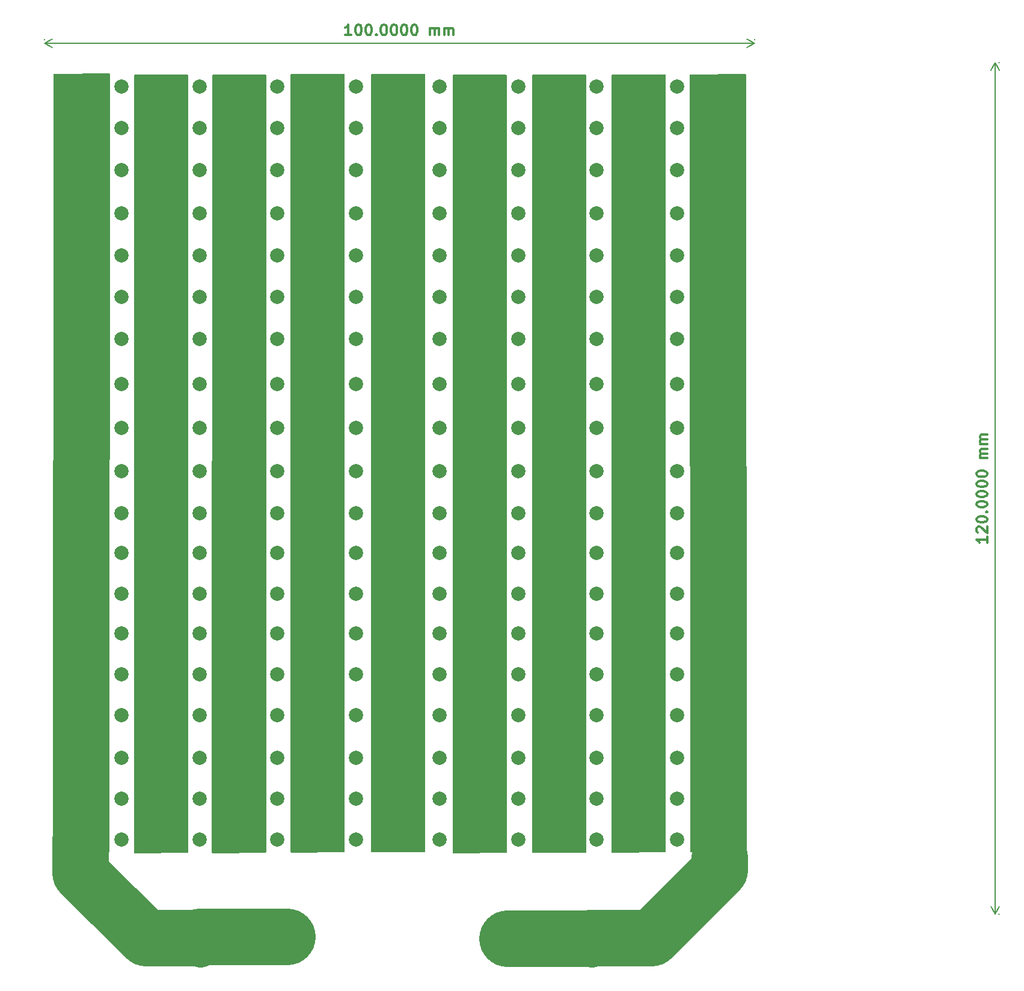
<source format=gbr>
%TF.GenerationSoftware,KiCad,Pcbnew,8.0.6*%
%TF.CreationDate,2024-12-19T08:47:46+08:00*%
%TF.ProjectId,dummyload,64756d6d-796c-46f6-9164-2e6b69636164,rev?*%
%TF.SameCoordinates,Original*%
%TF.FileFunction,Copper,L1,Top*%
%TF.FilePolarity,Positive*%
%FSLAX46Y46*%
G04 Gerber Fmt 4.6, Leading zero omitted, Abs format (unit mm)*
G04 Created by KiCad (PCBNEW 8.0.6) date 2024-12-19 08:47:46*
%MOMM*%
%LPD*%
G01*
G04 APERTURE LIST*
G04 Aperture macros list*
%AMRoundRect*
0 Rectangle with rounded corners*
0 $1 Rounding radius*
0 $2 $3 $4 $5 $6 $7 $8 $9 X,Y pos of 4 corners*
0 Add a 4 corners polygon primitive as box body*
4,1,4,$2,$3,$4,$5,$6,$7,$8,$9,$2,$3,0*
0 Add four circle primitives for the rounded corners*
1,1,$1+$1,$2,$3*
1,1,$1+$1,$4,$5*
1,1,$1+$1,$6,$7*
1,1,$1+$1,$8,$9*
0 Add four rect primitives between the rounded corners*
20,1,$1+$1,$2,$3,$4,$5,0*
20,1,$1+$1,$4,$5,$6,$7,0*
20,1,$1+$1,$6,$7,$8,$9,0*
20,1,$1+$1,$8,$9,$2,$3,0*%
G04 Aperture macros list end*
%ADD10C,0.300000*%
%TA.AperFunction,NonConductor*%
%ADD11C,0.300000*%
%TD*%
%TA.AperFunction,NonConductor*%
%ADD12C,0.200000*%
%TD*%
%TA.AperFunction,SMDPad,CuDef*%
%ADD13RoundRect,0.250000X-0.362500X-1.425000X0.362500X-1.425000X0.362500X1.425000X-0.362500X1.425000X0*%
%TD*%
%TA.AperFunction,ComponentPad*%
%ADD14C,4.700000*%
%TD*%
%TA.AperFunction,ConnectorPad*%
%ADD15C,7.500000*%
%TD*%
%TA.AperFunction,ViaPad*%
%ADD16C,2.000000*%
%TD*%
%TA.AperFunction,Conductor*%
%ADD17C,8.000000*%
%TD*%
%TA.AperFunction,Conductor*%
%ADD18C,5.000000*%
%TD*%
G04 APERTURE END LIST*
D10*
D11*
X84374897Y-18963909D02*
X83517754Y-18963909D01*
X83946325Y-18963909D02*
X83946325Y-17463909D01*
X83946325Y-17463909D02*
X83803468Y-17678195D01*
X83803468Y-17678195D02*
X83660611Y-17821052D01*
X83660611Y-17821052D02*
X83517754Y-17892481D01*
X85303468Y-17463909D02*
X85446325Y-17463909D01*
X85446325Y-17463909D02*
X85589182Y-17535338D01*
X85589182Y-17535338D02*
X85660611Y-17606766D01*
X85660611Y-17606766D02*
X85732039Y-17749623D01*
X85732039Y-17749623D02*
X85803468Y-18035338D01*
X85803468Y-18035338D02*
X85803468Y-18392481D01*
X85803468Y-18392481D02*
X85732039Y-18678195D01*
X85732039Y-18678195D02*
X85660611Y-18821052D01*
X85660611Y-18821052D02*
X85589182Y-18892481D01*
X85589182Y-18892481D02*
X85446325Y-18963909D01*
X85446325Y-18963909D02*
X85303468Y-18963909D01*
X85303468Y-18963909D02*
X85160611Y-18892481D01*
X85160611Y-18892481D02*
X85089182Y-18821052D01*
X85089182Y-18821052D02*
X85017753Y-18678195D01*
X85017753Y-18678195D02*
X84946325Y-18392481D01*
X84946325Y-18392481D02*
X84946325Y-18035338D01*
X84946325Y-18035338D02*
X85017753Y-17749623D01*
X85017753Y-17749623D02*
X85089182Y-17606766D01*
X85089182Y-17606766D02*
X85160611Y-17535338D01*
X85160611Y-17535338D02*
X85303468Y-17463909D01*
X86732039Y-17463909D02*
X86874896Y-17463909D01*
X86874896Y-17463909D02*
X87017753Y-17535338D01*
X87017753Y-17535338D02*
X87089182Y-17606766D01*
X87089182Y-17606766D02*
X87160610Y-17749623D01*
X87160610Y-17749623D02*
X87232039Y-18035338D01*
X87232039Y-18035338D02*
X87232039Y-18392481D01*
X87232039Y-18392481D02*
X87160610Y-18678195D01*
X87160610Y-18678195D02*
X87089182Y-18821052D01*
X87089182Y-18821052D02*
X87017753Y-18892481D01*
X87017753Y-18892481D02*
X86874896Y-18963909D01*
X86874896Y-18963909D02*
X86732039Y-18963909D01*
X86732039Y-18963909D02*
X86589182Y-18892481D01*
X86589182Y-18892481D02*
X86517753Y-18821052D01*
X86517753Y-18821052D02*
X86446324Y-18678195D01*
X86446324Y-18678195D02*
X86374896Y-18392481D01*
X86374896Y-18392481D02*
X86374896Y-18035338D01*
X86374896Y-18035338D02*
X86446324Y-17749623D01*
X86446324Y-17749623D02*
X86517753Y-17606766D01*
X86517753Y-17606766D02*
X86589182Y-17535338D01*
X86589182Y-17535338D02*
X86732039Y-17463909D01*
X87874895Y-18821052D02*
X87946324Y-18892481D01*
X87946324Y-18892481D02*
X87874895Y-18963909D01*
X87874895Y-18963909D02*
X87803467Y-18892481D01*
X87803467Y-18892481D02*
X87874895Y-18821052D01*
X87874895Y-18821052D02*
X87874895Y-18963909D01*
X88874896Y-17463909D02*
X89017753Y-17463909D01*
X89017753Y-17463909D02*
X89160610Y-17535338D01*
X89160610Y-17535338D02*
X89232039Y-17606766D01*
X89232039Y-17606766D02*
X89303467Y-17749623D01*
X89303467Y-17749623D02*
X89374896Y-18035338D01*
X89374896Y-18035338D02*
X89374896Y-18392481D01*
X89374896Y-18392481D02*
X89303467Y-18678195D01*
X89303467Y-18678195D02*
X89232039Y-18821052D01*
X89232039Y-18821052D02*
X89160610Y-18892481D01*
X89160610Y-18892481D02*
X89017753Y-18963909D01*
X89017753Y-18963909D02*
X88874896Y-18963909D01*
X88874896Y-18963909D02*
X88732039Y-18892481D01*
X88732039Y-18892481D02*
X88660610Y-18821052D01*
X88660610Y-18821052D02*
X88589181Y-18678195D01*
X88589181Y-18678195D02*
X88517753Y-18392481D01*
X88517753Y-18392481D02*
X88517753Y-18035338D01*
X88517753Y-18035338D02*
X88589181Y-17749623D01*
X88589181Y-17749623D02*
X88660610Y-17606766D01*
X88660610Y-17606766D02*
X88732039Y-17535338D01*
X88732039Y-17535338D02*
X88874896Y-17463909D01*
X90303467Y-17463909D02*
X90446324Y-17463909D01*
X90446324Y-17463909D02*
X90589181Y-17535338D01*
X90589181Y-17535338D02*
X90660610Y-17606766D01*
X90660610Y-17606766D02*
X90732038Y-17749623D01*
X90732038Y-17749623D02*
X90803467Y-18035338D01*
X90803467Y-18035338D02*
X90803467Y-18392481D01*
X90803467Y-18392481D02*
X90732038Y-18678195D01*
X90732038Y-18678195D02*
X90660610Y-18821052D01*
X90660610Y-18821052D02*
X90589181Y-18892481D01*
X90589181Y-18892481D02*
X90446324Y-18963909D01*
X90446324Y-18963909D02*
X90303467Y-18963909D01*
X90303467Y-18963909D02*
X90160610Y-18892481D01*
X90160610Y-18892481D02*
X90089181Y-18821052D01*
X90089181Y-18821052D02*
X90017752Y-18678195D01*
X90017752Y-18678195D02*
X89946324Y-18392481D01*
X89946324Y-18392481D02*
X89946324Y-18035338D01*
X89946324Y-18035338D02*
X90017752Y-17749623D01*
X90017752Y-17749623D02*
X90089181Y-17606766D01*
X90089181Y-17606766D02*
X90160610Y-17535338D01*
X90160610Y-17535338D02*
X90303467Y-17463909D01*
X91732038Y-17463909D02*
X91874895Y-17463909D01*
X91874895Y-17463909D02*
X92017752Y-17535338D01*
X92017752Y-17535338D02*
X92089181Y-17606766D01*
X92089181Y-17606766D02*
X92160609Y-17749623D01*
X92160609Y-17749623D02*
X92232038Y-18035338D01*
X92232038Y-18035338D02*
X92232038Y-18392481D01*
X92232038Y-18392481D02*
X92160609Y-18678195D01*
X92160609Y-18678195D02*
X92089181Y-18821052D01*
X92089181Y-18821052D02*
X92017752Y-18892481D01*
X92017752Y-18892481D02*
X91874895Y-18963909D01*
X91874895Y-18963909D02*
X91732038Y-18963909D01*
X91732038Y-18963909D02*
X91589181Y-18892481D01*
X91589181Y-18892481D02*
X91517752Y-18821052D01*
X91517752Y-18821052D02*
X91446323Y-18678195D01*
X91446323Y-18678195D02*
X91374895Y-18392481D01*
X91374895Y-18392481D02*
X91374895Y-18035338D01*
X91374895Y-18035338D02*
X91446323Y-17749623D01*
X91446323Y-17749623D02*
X91517752Y-17606766D01*
X91517752Y-17606766D02*
X91589181Y-17535338D01*
X91589181Y-17535338D02*
X91732038Y-17463909D01*
X93160609Y-17463909D02*
X93303466Y-17463909D01*
X93303466Y-17463909D02*
X93446323Y-17535338D01*
X93446323Y-17535338D02*
X93517752Y-17606766D01*
X93517752Y-17606766D02*
X93589180Y-17749623D01*
X93589180Y-17749623D02*
X93660609Y-18035338D01*
X93660609Y-18035338D02*
X93660609Y-18392481D01*
X93660609Y-18392481D02*
X93589180Y-18678195D01*
X93589180Y-18678195D02*
X93517752Y-18821052D01*
X93517752Y-18821052D02*
X93446323Y-18892481D01*
X93446323Y-18892481D02*
X93303466Y-18963909D01*
X93303466Y-18963909D02*
X93160609Y-18963909D01*
X93160609Y-18963909D02*
X93017752Y-18892481D01*
X93017752Y-18892481D02*
X92946323Y-18821052D01*
X92946323Y-18821052D02*
X92874894Y-18678195D01*
X92874894Y-18678195D02*
X92803466Y-18392481D01*
X92803466Y-18392481D02*
X92803466Y-18035338D01*
X92803466Y-18035338D02*
X92874894Y-17749623D01*
X92874894Y-17749623D02*
X92946323Y-17606766D01*
X92946323Y-17606766D02*
X93017752Y-17535338D01*
X93017752Y-17535338D02*
X93160609Y-17463909D01*
X95446322Y-18963909D02*
X95446322Y-17963909D01*
X95446322Y-18106766D02*
X95517751Y-18035338D01*
X95517751Y-18035338D02*
X95660608Y-17963909D01*
X95660608Y-17963909D02*
X95874894Y-17963909D01*
X95874894Y-17963909D02*
X96017751Y-18035338D01*
X96017751Y-18035338D02*
X96089180Y-18178195D01*
X96089180Y-18178195D02*
X96089180Y-18963909D01*
X96089180Y-18178195D02*
X96160608Y-18035338D01*
X96160608Y-18035338D02*
X96303465Y-17963909D01*
X96303465Y-17963909D02*
X96517751Y-17963909D01*
X96517751Y-17963909D02*
X96660608Y-18035338D01*
X96660608Y-18035338D02*
X96732037Y-18178195D01*
X96732037Y-18178195D02*
X96732037Y-18963909D01*
X97446322Y-18963909D02*
X97446322Y-17963909D01*
X97446322Y-18106766D02*
X97517751Y-18035338D01*
X97517751Y-18035338D02*
X97660608Y-17963909D01*
X97660608Y-17963909D02*
X97874894Y-17963909D01*
X97874894Y-17963909D02*
X98017751Y-18035338D01*
X98017751Y-18035338D02*
X98089180Y-18178195D01*
X98089180Y-18178195D02*
X98089180Y-18963909D01*
X98089180Y-18178195D02*
X98160608Y-18035338D01*
X98160608Y-18035338D02*
X98303465Y-17963909D01*
X98303465Y-17963909D02*
X98517751Y-17963909D01*
X98517751Y-17963909D02*
X98660608Y-18035338D01*
X98660608Y-18035338D02*
X98732037Y-18178195D01*
X98732037Y-18178195D02*
X98732037Y-18963909D01*
D12*
X41160610Y-19585581D02*
X41160610Y-19499161D01*
X141160610Y-19585581D02*
X141160610Y-19499161D01*
X41160610Y-20085581D02*
X141160610Y-20085581D01*
X41160610Y-20085581D02*
X141160610Y-20085581D01*
X41160610Y-20085581D02*
X42287114Y-19499160D01*
X41160610Y-20085581D02*
X42287114Y-20672002D01*
X141160610Y-20085581D02*
X140034106Y-20672002D01*
X141160610Y-20085581D02*
X140034106Y-19499160D01*
D10*
D11*
X173878328Y-89619522D02*
X173878328Y-90476665D01*
X173878328Y-90048094D02*
X172378328Y-90048094D01*
X172378328Y-90048094D02*
X172592614Y-90190951D01*
X172592614Y-90190951D02*
X172735471Y-90333808D01*
X172735471Y-90333808D02*
X172806900Y-90476665D01*
X172521185Y-89048094D02*
X172449757Y-88976666D01*
X172449757Y-88976666D02*
X172378328Y-88833809D01*
X172378328Y-88833809D02*
X172378328Y-88476666D01*
X172378328Y-88476666D02*
X172449757Y-88333809D01*
X172449757Y-88333809D02*
X172521185Y-88262380D01*
X172521185Y-88262380D02*
X172664042Y-88190951D01*
X172664042Y-88190951D02*
X172806900Y-88190951D01*
X172806900Y-88190951D02*
X173021185Y-88262380D01*
X173021185Y-88262380D02*
X173878328Y-89119523D01*
X173878328Y-89119523D02*
X173878328Y-88190951D01*
X172378328Y-87262380D02*
X172378328Y-87119523D01*
X172378328Y-87119523D02*
X172449757Y-86976666D01*
X172449757Y-86976666D02*
X172521185Y-86905238D01*
X172521185Y-86905238D02*
X172664042Y-86833809D01*
X172664042Y-86833809D02*
X172949757Y-86762380D01*
X172949757Y-86762380D02*
X173306900Y-86762380D01*
X173306900Y-86762380D02*
X173592614Y-86833809D01*
X173592614Y-86833809D02*
X173735471Y-86905238D01*
X173735471Y-86905238D02*
X173806900Y-86976666D01*
X173806900Y-86976666D02*
X173878328Y-87119523D01*
X173878328Y-87119523D02*
X173878328Y-87262380D01*
X173878328Y-87262380D02*
X173806900Y-87405238D01*
X173806900Y-87405238D02*
X173735471Y-87476666D01*
X173735471Y-87476666D02*
X173592614Y-87548095D01*
X173592614Y-87548095D02*
X173306900Y-87619523D01*
X173306900Y-87619523D02*
X172949757Y-87619523D01*
X172949757Y-87619523D02*
X172664042Y-87548095D01*
X172664042Y-87548095D02*
X172521185Y-87476666D01*
X172521185Y-87476666D02*
X172449757Y-87405238D01*
X172449757Y-87405238D02*
X172378328Y-87262380D01*
X173735471Y-86119524D02*
X173806900Y-86048095D01*
X173806900Y-86048095D02*
X173878328Y-86119524D01*
X173878328Y-86119524D02*
X173806900Y-86190952D01*
X173806900Y-86190952D02*
X173735471Y-86119524D01*
X173735471Y-86119524D02*
X173878328Y-86119524D01*
X172378328Y-85119523D02*
X172378328Y-84976666D01*
X172378328Y-84976666D02*
X172449757Y-84833809D01*
X172449757Y-84833809D02*
X172521185Y-84762381D01*
X172521185Y-84762381D02*
X172664042Y-84690952D01*
X172664042Y-84690952D02*
X172949757Y-84619523D01*
X172949757Y-84619523D02*
X173306900Y-84619523D01*
X173306900Y-84619523D02*
X173592614Y-84690952D01*
X173592614Y-84690952D02*
X173735471Y-84762381D01*
X173735471Y-84762381D02*
X173806900Y-84833809D01*
X173806900Y-84833809D02*
X173878328Y-84976666D01*
X173878328Y-84976666D02*
X173878328Y-85119523D01*
X173878328Y-85119523D02*
X173806900Y-85262381D01*
X173806900Y-85262381D02*
X173735471Y-85333809D01*
X173735471Y-85333809D02*
X173592614Y-85405238D01*
X173592614Y-85405238D02*
X173306900Y-85476666D01*
X173306900Y-85476666D02*
X172949757Y-85476666D01*
X172949757Y-85476666D02*
X172664042Y-85405238D01*
X172664042Y-85405238D02*
X172521185Y-85333809D01*
X172521185Y-85333809D02*
X172449757Y-85262381D01*
X172449757Y-85262381D02*
X172378328Y-85119523D01*
X172378328Y-83690952D02*
X172378328Y-83548095D01*
X172378328Y-83548095D02*
X172449757Y-83405238D01*
X172449757Y-83405238D02*
X172521185Y-83333810D01*
X172521185Y-83333810D02*
X172664042Y-83262381D01*
X172664042Y-83262381D02*
X172949757Y-83190952D01*
X172949757Y-83190952D02*
X173306900Y-83190952D01*
X173306900Y-83190952D02*
X173592614Y-83262381D01*
X173592614Y-83262381D02*
X173735471Y-83333810D01*
X173735471Y-83333810D02*
X173806900Y-83405238D01*
X173806900Y-83405238D02*
X173878328Y-83548095D01*
X173878328Y-83548095D02*
X173878328Y-83690952D01*
X173878328Y-83690952D02*
X173806900Y-83833810D01*
X173806900Y-83833810D02*
X173735471Y-83905238D01*
X173735471Y-83905238D02*
X173592614Y-83976667D01*
X173592614Y-83976667D02*
X173306900Y-84048095D01*
X173306900Y-84048095D02*
X172949757Y-84048095D01*
X172949757Y-84048095D02*
X172664042Y-83976667D01*
X172664042Y-83976667D02*
X172521185Y-83905238D01*
X172521185Y-83905238D02*
X172449757Y-83833810D01*
X172449757Y-83833810D02*
X172378328Y-83690952D01*
X172378328Y-82262381D02*
X172378328Y-82119524D01*
X172378328Y-82119524D02*
X172449757Y-81976667D01*
X172449757Y-81976667D02*
X172521185Y-81905239D01*
X172521185Y-81905239D02*
X172664042Y-81833810D01*
X172664042Y-81833810D02*
X172949757Y-81762381D01*
X172949757Y-81762381D02*
X173306900Y-81762381D01*
X173306900Y-81762381D02*
X173592614Y-81833810D01*
X173592614Y-81833810D02*
X173735471Y-81905239D01*
X173735471Y-81905239D02*
X173806900Y-81976667D01*
X173806900Y-81976667D02*
X173878328Y-82119524D01*
X173878328Y-82119524D02*
X173878328Y-82262381D01*
X173878328Y-82262381D02*
X173806900Y-82405239D01*
X173806900Y-82405239D02*
X173735471Y-82476667D01*
X173735471Y-82476667D02*
X173592614Y-82548096D01*
X173592614Y-82548096D02*
X173306900Y-82619524D01*
X173306900Y-82619524D02*
X172949757Y-82619524D01*
X172949757Y-82619524D02*
X172664042Y-82548096D01*
X172664042Y-82548096D02*
X172521185Y-82476667D01*
X172521185Y-82476667D02*
X172449757Y-82405239D01*
X172449757Y-82405239D02*
X172378328Y-82262381D01*
X172378328Y-80833810D02*
X172378328Y-80690953D01*
X172378328Y-80690953D02*
X172449757Y-80548096D01*
X172449757Y-80548096D02*
X172521185Y-80476668D01*
X172521185Y-80476668D02*
X172664042Y-80405239D01*
X172664042Y-80405239D02*
X172949757Y-80333810D01*
X172949757Y-80333810D02*
X173306900Y-80333810D01*
X173306900Y-80333810D02*
X173592614Y-80405239D01*
X173592614Y-80405239D02*
X173735471Y-80476668D01*
X173735471Y-80476668D02*
X173806900Y-80548096D01*
X173806900Y-80548096D02*
X173878328Y-80690953D01*
X173878328Y-80690953D02*
X173878328Y-80833810D01*
X173878328Y-80833810D02*
X173806900Y-80976668D01*
X173806900Y-80976668D02*
X173735471Y-81048096D01*
X173735471Y-81048096D02*
X173592614Y-81119525D01*
X173592614Y-81119525D02*
X173306900Y-81190953D01*
X173306900Y-81190953D02*
X172949757Y-81190953D01*
X172949757Y-81190953D02*
X172664042Y-81119525D01*
X172664042Y-81119525D02*
X172521185Y-81048096D01*
X172521185Y-81048096D02*
X172449757Y-80976668D01*
X172449757Y-80976668D02*
X172378328Y-80833810D01*
X173878328Y-78548097D02*
X172878328Y-78548097D01*
X173021185Y-78548097D02*
X172949757Y-78476668D01*
X172949757Y-78476668D02*
X172878328Y-78333811D01*
X172878328Y-78333811D02*
X172878328Y-78119525D01*
X172878328Y-78119525D02*
X172949757Y-77976668D01*
X172949757Y-77976668D02*
X173092614Y-77905240D01*
X173092614Y-77905240D02*
X173878328Y-77905240D01*
X173092614Y-77905240D02*
X172949757Y-77833811D01*
X172949757Y-77833811D02*
X172878328Y-77690954D01*
X172878328Y-77690954D02*
X172878328Y-77476668D01*
X172878328Y-77476668D02*
X172949757Y-77333811D01*
X172949757Y-77333811D02*
X173092614Y-77262382D01*
X173092614Y-77262382D02*
X173878328Y-77262382D01*
X173878328Y-76548097D02*
X172878328Y-76548097D01*
X173021185Y-76548097D02*
X172949757Y-76476668D01*
X172949757Y-76476668D02*
X172878328Y-76333811D01*
X172878328Y-76333811D02*
X172878328Y-76119525D01*
X172878328Y-76119525D02*
X172949757Y-75976668D01*
X172949757Y-75976668D02*
X173092614Y-75905240D01*
X173092614Y-75905240D02*
X173878328Y-75905240D01*
X173092614Y-75905240D02*
X172949757Y-75833811D01*
X172949757Y-75833811D02*
X172878328Y-75690954D01*
X172878328Y-75690954D02*
X172878328Y-75476668D01*
X172878328Y-75476668D02*
X172949757Y-75333811D01*
X172949757Y-75333811D02*
X173092614Y-75262382D01*
X173092614Y-75262382D02*
X173878328Y-75262382D01*
D12*
X175500000Y-22833810D02*
X175586420Y-22833810D01*
X175500000Y-142833810D02*
X175586420Y-142833810D01*
X175000000Y-22833810D02*
X175000000Y-142833810D01*
X175000000Y-22833810D02*
X175000000Y-142833810D01*
X175000000Y-22833810D02*
X175586421Y-23960314D01*
X175000000Y-22833810D02*
X174413579Y-23960314D01*
X175000000Y-142833810D02*
X174413579Y-141707306D01*
X175000000Y-142833810D02*
X175586421Y-141707306D01*
D13*
%TO.P,R14,1*%
%TO.N,/V+*%
X49075000Y-103290000D03*
%TO.P,R14,2*%
%TO.N,/P1*%
X55000000Y-103290000D03*
%TD*%
%TO.P,R32,1*%
%TO.N,/P1*%
X60084530Y-97670000D03*
%TO.P,R32,2*%
%TO.N,/P2*%
X66009530Y-97670000D03*
%TD*%
%TO.P,R82,1*%
%TO.N,/P4*%
X93724520Y-55880000D03*
%TO.P,R82,2*%
%TO.N,/P5*%
X99649520Y-55880000D03*
%TD*%
%TO.P,R137,2*%
%TO.N,/V-*%
X133090608Y-44100000D03*
%TO.P,R137,1*%
%TO.N,/P7*%
X127165608Y-44100000D03*
%TD*%
%TO.P,R51,1*%
%TO.N,/P2*%
X71129774Y-97670000D03*
%TO.P,R51,2*%
%TO.N,/P3*%
X77054774Y-97670000D03*
%TD*%
%TO.P,R117,1*%
%TO.N,/P6*%
X115982864Y-37960000D03*
%TO.P,R117,2*%
%TO.N,/P7*%
X121907864Y-37960000D03*
%TD*%
%TO.P,R151,2*%
%TO.N,/V-*%
X133378108Y-126540000D03*
%TO.P,R151,1*%
%TO.N,/P7*%
X127453108Y-126540000D03*
%TD*%
%TO.P,R83,1*%
%TO.N,/P4*%
X93724520Y-61770000D03*
%TO.P,R83,2*%
%TO.N,/P5*%
X99649520Y-61770000D03*
%TD*%
%TO.P,R46,1*%
%TO.N,/P2*%
X71047632Y-68160000D03*
%TO.P,R46,2*%
%TO.N,/P3*%
X76972632Y-68160000D03*
%TD*%
%TO.P,R132,1*%
%TO.N,/P6*%
X116229290Y-126540000D03*
%TO.P,R132,2*%
%TO.N,/P7*%
X122154290Y-126540000D03*
%TD*%
D14*
%TO.P,H1,1,1*%
%TO.N,/V+*%
X62917201Y-146183101D03*
D15*
X62917201Y-146183101D03*
%TD*%
D13*
%TO.P,R28,1*%
%TO.N,/P1*%
X60043459Y-74300000D03*
%TO.P,R28,2*%
%TO.N,/P2*%
X65968459Y-74300000D03*
%TD*%
%TO.P,R29,1*%
%TO.N,/P1*%
X60043459Y-80440000D03*
%TO.P,R29,2*%
%TO.N,/P2*%
X65968459Y-80440000D03*
%TD*%
%TO.P,R124,1*%
%TO.N,/P6*%
X115982864Y-80440000D03*
%TO.P,R124,2*%
%TO.N,/P7*%
X121907864Y-80440000D03*
%TD*%
%TO.P,R9,1*%
%TO.N,/V+*%
X49075000Y-74300000D03*
%TO.P,R9,2*%
%TO.N,/P1*%
X55000000Y-74300000D03*
%TD*%
%TO.P,R42,1*%
%TO.N,/P2*%
X71047632Y-44100000D03*
%TO.P,R42,2*%
%TO.N,/P3*%
X76972632Y-44100000D03*
%TD*%
%TO.P,R45,1*%
%TO.N,/P2*%
X71047632Y-61770000D03*
%TO.P,R45,2*%
%TO.N,/P3*%
X76972632Y-61770000D03*
%TD*%
%TO.P,R84,1*%
%TO.N,/P4*%
X93724520Y-68160000D03*
%TO.P,R84,2*%
%TO.N,/P5*%
X99649520Y-68160000D03*
%TD*%
%TO.P,R22,1*%
%TO.N,/P1*%
X60043459Y-37960000D03*
%TO.P,R22,2*%
%TO.N,/P2*%
X65968459Y-37960000D03*
%TD*%
%TO.P,R12,1*%
%TO.N,/V+*%
X49075000Y-91950000D03*
%TO.P,R12,2*%
%TO.N,/P1*%
X55000000Y-91950000D03*
%TD*%
%TO.P,R150,2*%
%TO.N,/V-*%
X133378108Y-120760000D03*
%TO.P,R150,1*%
%TO.N,/P7*%
X127453108Y-120760000D03*
%TD*%
%TO.P,R85,1*%
%TO.N,/P4*%
X93724520Y-74300000D03*
%TO.P,R85,2*%
%TO.N,/P5*%
X99649520Y-74300000D03*
%TD*%
%TO.P,R31,1*%
%TO.N,/P1*%
X60084530Y-91950000D03*
%TO.P,R31,2*%
%TO.N,/P2*%
X66009530Y-91950000D03*
%TD*%
%TO.P,R1,2*%
%TO.N,/P1*%
X55000000Y-26180000D03*
%TO.P,R1,1*%
%TO.N,/V+*%
X49075000Y-26180000D03*
%TD*%
%TO.P,R92,1*%
%TO.N,/P4*%
X93888804Y-114790000D03*
%TO.P,R92,2*%
%TO.N,/P5*%
X99813804Y-114790000D03*
%TD*%
%TO.P,R114,1*%
%TO.N,/P5*%
X105051905Y-132290000D03*
%TO.P,R114,2*%
%TO.N,/P6*%
X110976905Y-132290000D03*
%TD*%
%TO.P,R140,2*%
%TO.N,/V-*%
X133090608Y-61770000D03*
%TO.P,R140,1*%
%TO.N,/P7*%
X127165608Y-61770000D03*
%TD*%
%TO.P,R41,1*%
%TO.N,/P2*%
X71047632Y-37960000D03*
%TO.P,R41,2*%
%TO.N,/P3*%
X76972632Y-37960000D03*
%TD*%
%TO.P,R53,1*%
%TO.N,/P2*%
X71129774Y-109040000D03*
%TO.P,R53,2*%
%TO.N,/P3*%
X77054774Y-109040000D03*
%TD*%
%TO.P,R75,1*%
%TO.N,/P3*%
X82210732Y-126540000D03*
%TO.P,R75,2*%
%TO.N,/P4*%
X88135732Y-126540000D03*
%TD*%
%TO.P,R2,1*%
%TO.N,/V+*%
X49075000Y-32070000D03*
%TO.P,R2,2*%
%TO.N,/P1*%
X55000000Y-32070000D03*
%TD*%
%TO.P,R43,1*%
%TO.N,/P2*%
X71047632Y-49990000D03*
%TO.P,R43,2*%
%TO.N,/P3*%
X76972632Y-49990000D03*
%TD*%
%TO.P,R130,1*%
%TO.N,/P6*%
X116229290Y-114790000D03*
%TO.P,R130,2*%
%TO.N,/P7*%
X122154290Y-114790000D03*
%TD*%
%TO.P,R72,1*%
%TO.N,/P3*%
X82210732Y-109040000D03*
%TO.P,R72,2*%
%TO.N,/P4*%
X88135732Y-109040000D03*
%TD*%
%TO.P,R100,1*%
%TO.N,/P5*%
X104835835Y-49990000D03*
%TO.P,R100,2*%
%TO.N,/P6*%
X110760835Y-49990000D03*
%TD*%
%TO.P,R36,1*%
%TO.N,/P1*%
X60084530Y-120760000D03*
%TO.P,R36,2*%
%TO.N,/P2*%
X66009530Y-120760000D03*
%TD*%
%TO.P,R74,1*%
%TO.N,/P3*%
X82210732Y-120760000D03*
%TO.P,R74,2*%
%TO.N,/P4*%
X88135732Y-120760000D03*
%TD*%
%TO.P,R64,1*%
%TO.N,/P3*%
X82087519Y-61770000D03*
%TO.P,R64,2*%
%TO.N,/P4*%
X88012519Y-61770000D03*
%TD*%
%TO.P,R147,2*%
%TO.N,/V-*%
X133378108Y-103290000D03*
%TO.P,R147,1*%
%TO.N,/P7*%
X127453108Y-103290000D03*
%TD*%
%TO.P,R73,1*%
%TO.N,/P3*%
X82210732Y-114790000D03*
%TO.P,R73,2*%
%TO.N,/P4*%
X88135732Y-114790000D03*
%TD*%
%TO.P,R108,1*%
%TO.N,/P5*%
X105041190Y-97670000D03*
%TO.P,R108,2*%
%TO.N,/P6*%
X110966190Y-97670000D03*
%TD*%
%TO.P,R78,1*%
%TO.N,/P4*%
X93724520Y-32070000D03*
%TO.P,R78,2*%
%TO.N,/P5*%
X99649520Y-32070000D03*
%TD*%
%TO.P,R139,2*%
%TO.N,/V-*%
X133090608Y-55880000D03*
%TO.P,R139,1*%
%TO.N,/P7*%
X127165608Y-55880000D03*
%TD*%
%TO.P,R144,2*%
%TO.N,/V-*%
X133090608Y-86330000D03*
%TO.P,R144,1*%
%TO.N,/P7*%
X127165608Y-86330000D03*
%TD*%
%TO.P,R112,1*%
%TO.N,/P5*%
X105041190Y-120760000D03*
%TO.P,R112,2*%
%TO.N,/P6*%
X110966190Y-120760000D03*
%TD*%
%TO.P,R122,1*%
%TO.N,/P6*%
X115982864Y-68160000D03*
%TO.P,R122,2*%
%TO.N,/P7*%
X121907864Y-68160000D03*
%TD*%
%TO.P,R37,1*%
%TO.N,/P1*%
X60084530Y-126540000D03*
%TO.P,R37,2*%
%TO.N,/P2*%
X66009530Y-126540000D03*
%TD*%
%TO.P,R63,1*%
%TO.N,/P3*%
X82087519Y-55880000D03*
%TO.P,R63,2*%
%TO.N,/P4*%
X88012519Y-55880000D03*
%TD*%
%TO.P,R121,1*%
%TO.N,/P6*%
X115982864Y-61770000D03*
%TO.P,R121,2*%
%TO.N,/P7*%
X121907864Y-61770000D03*
%TD*%
%TO.P,R19,1*%
%TO.N,/V+*%
X49112500Y-132290000D03*
%TO.P,R19,2*%
%TO.N,/P1*%
X55037500Y-132290000D03*
%TD*%
%TO.P,R10,1*%
%TO.N,/V+*%
X49075000Y-80440000D03*
%TO.P,R10,2*%
%TO.N,/P1*%
X55000000Y-80440000D03*
%TD*%
%TO.P,R141,2*%
%TO.N,/V-*%
X133090608Y-68160000D03*
%TO.P,R141,1*%
%TO.N,/P7*%
X127165608Y-68160000D03*
%TD*%
%TO.P,R120,1*%
%TO.N,/P6*%
X115982864Y-55880000D03*
%TO.P,R120,2*%
%TO.N,/P7*%
X121907864Y-55880000D03*
%TD*%
%TO.P,R88,1*%
%TO.N,/P4*%
X93888804Y-91950000D03*
%TO.P,R88,2*%
%TO.N,/P5*%
X99813804Y-91950000D03*
%TD*%
%TO.P,R119,1*%
%TO.N,/P6*%
X115982864Y-49990000D03*
%TO.P,R119,2*%
%TO.N,/P7*%
X121907864Y-49990000D03*
%TD*%
%TO.P,R136,2*%
%TO.N,/V-*%
X133090608Y-37960000D03*
%TO.P,R136,1*%
%TO.N,/P7*%
X127165608Y-37960000D03*
%TD*%
%TO.P,R6,1*%
%TO.N,/V+*%
X49075000Y-55880000D03*
%TO.P,R6,2*%
%TO.N,/P1*%
X55000000Y-55880000D03*
%TD*%
D14*
%TO.P,H4,1,1*%
%TO.N,/V-*%
X117967201Y-146183101D03*
D15*
X117967201Y-146183101D03*
%TD*%
D13*
%TO.P,R68,1*%
%TO.N,/P3*%
X82087519Y-86330000D03*
%TO.P,R68,2*%
%TO.N,/P4*%
X88012519Y-86330000D03*
%TD*%
%TO.P,R44,1*%
%TO.N,/P2*%
X71047632Y-55880000D03*
%TO.P,R44,2*%
%TO.N,/P3*%
X76972632Y-55880000D03*
%TD*%
%TO.P,R126,1*%
%TO.N,/P6*%
X116229290Y-91950000D03*
%TO.P,R126,2*%
%TO.N,/P7*%
X122154290Y-91950000D03*
%TD*%
%TO.P,R24,1*%
%TO.N,/P1*%
X60043459Y-49990000D03*
%TO.P,R24,2*%
%TO.N,/P2*%
X65968459Y-49990000D03*
%TD*%
%TO.P,R149,2*%
%TO.N,/V-*%
X133378108Y-114790000D03*
%TO.P,R149,1*%
%TO.N,/P7*%
X127453108Y-114790000D03*
%TD*%
%TO.P,R52,1*%
%TO.N,/P2*%
X71129774Y-103290000D03*
%TO.P,R52,2*%
%TO.N,/P3*%
X77054774Y-103290000D03*
%TD*%
%TO.P,R15,1*%
%TO.N,/V+*%
X49075000Y-109040000D03*
%TO.P,R15,2*%
%TO.N,/P1*%
X55000000Y-109040000D03*
%TD*%
%TO.P,R79,1*%
%TO.N,/P4*%
X93724520Y-37960000D03*
%TO.P,R79,2*%
%TO.N,/P5*%
X99649520Y-37960000D03*
%TD*%
%TO.P,R39,2*%
%TO.N,/P3*%
X76972632Y-26180000D03*
%TO.P,R39,1*%
%TO.N,/P2*%
X71047632Y-26180000D03*
%TD*%
%TO.P,R152,2*%
%TO.N,/V-*%
X133378108Y-132290000D03*
%TO.P,R152,1*%
%TO.N,/P7*%
X127453108Y-132290000D03*
%TD*%
%TO.P,R99,1*%
%TO.N,/P5*%
X104835835Y-44100000D03*
%TO.P,R99,2*%
%TO.N,/P6*%
X110760835Y-44100000D03*
%TD*%
%TO.P,R91,1*%
%TO.N,/P4*%
X93888804Y-109040000D03*
%TO.P,R91,2*%
%TO.N,/P5*%
X99813804Y-109040000D03*
%TD*%
%TO.P,R54,1*%
%TO.N,/P2*%
X71129774Y-114790000D03*
%TO.P,R54,2*%
%TO.N,/P3*%
X77054774Y-114790000D03*
%TD*%
%TO.P,R93,1*%
%TO.N,/P4*%
X93888804Y-120760000D03*
%TO.P,R93,2*%
%TO.N,/P5*%
X99813804Y-120760000D03*
%TD*%
%TO.P,R60,1*%
%TO.N,/P3*%
X82087519Y-37960000D03*
%TO.P,R60,2*%
%TO.N,/P4*%
X88012519Y-37960000D03*
%TD*%
%TO.P,R113,1*%
%TO.N,/P5*%
X105041190Y-126540000D03*
%TO.P,R113,2*%
%TO.N,/P6*%
X110966190Y-126540000D03*
%TD*%
D14*
%TO.P,H3,1,1*%
%TO.N,/V-*%
X106351201Y-146310101D03*
D15*
X106351201Y-146310101D03*
%TD*%
D13*
%TO.P,R70,1*%
%TO.N,/P3*%
X82210732Y-97670000D03*
%TO.P,R70,2*%
%TO.N,/P4*%
X88135732Y-97670000D03*
%TD*%
%TO.P,R134,2*%
%TO.N,/V-*%
X133090608Y-26180000D03*
%TO.P,R134,1*%
%TO.N,/P7*%
X127165608Y-26180000D03*
%TD*%
%TO.P,R49,1*%
%TO.N,/P2*%
X71047632Y-86330000D03*
%TO.P,R49,2*%
%TO.N,/P3*%
X76972632Y-86330000D03*
%TD*%
%TO.P,R89,1*%
%TO.N,/P4*%
X93888804Y-97670000D03*
%TO.P,R89,2*%
%TO.N,/P5*%
X99813804Y-97670000D03*
%TD*%
%TO.P,R97,1*%
%TO.N,/P5*%
X104835835Y-32070000D03*
%TO.P,R97,2*%
%TO.N,/P6*%
X110760835Y-32070000D03*
%TD*%
%TO.P,R106,1*%
%TO.N,/P5*%
X104835835Y-86330000D03*
%TO.P,R106,2*%
%TO.N,/P6*%
X110760835Y-86330000D03*
%TD*%
%TO.P,R90,1*%
%TO.N,/P4*%
X93888804Y-103290000D03*
%TO.P,R90,2*%
%TO.N,/P5*%
X99813804Y-103290000D03*
%TD*%
%TO.P,R4,1*%
%TO.N,/V+*%
X49075000Y-44100000D03*
%TO.P,R4,2*%
%TO.N,/P1*%
X55000000Y-44100000D03*
%TD*%
%TO.P,R27,1*%
%TO.N,/P1*%
X60043459Y-68160000D03*
%TO.P,R27,2*%
%TO.N,/P2*%
X65968459Y-68160000D03*
%TD*%
%TO.P,R135,2*%
%TO.N,/V-*%
X133090608Y-32070000D03*
%TO.P,R135,1*%
%TO.N,/P7*%
X127165608Y-32070000D03*
%TD*%
%TO.P,R131,1*%
%TO.N,/P6*%
X116229290Y-120760000D03*
%TO.P,R131,2*%
%TO.N,/P7*%
X122154290Y-120760000D03*
%TD*%
%TO.P,R3,1*%
%TO.N,/V+*%
X49075000Y-37960000D03*
%TO.P,R3,2*%
%TO.N,/P1*%
X55000000Y-37960000D03*
%TD*%
%TO.P,R111,1*%
%TO.N,/P5*%
X105041190Y-114790000D03*
%TO.P,R111,2*%
%TO.N,/P6*%
X110966190Y-114790000D03*
%TD*%
%TO.P,R30,1*%
%TO.N,/P1*%
X60043459Y-86330000D03*
%TO.P,R30,2*%
%TO.N,/P2*%
X65968459Y-86330000D03*
%TD*%
%TO.P,R57,1*%
%TO.N,/P2*%
X71156560Y-132290000D03*
%TO.P,R57,2*%
%TO.N,/P3*%
X77081560Y-132290000D03*
%TD*%
%TO.P,R17,1*%
%TO.N,/V+*%
X49075000Y-120760000D03*
%TO.P,R17,2*%
%TO.N,/P1*%
X55000000Y-120760000D03*
%TD*%
%TO.P,R5,1*%
%TO.N,/V+*%
X49075000Y-49990000D03*
%TO.P,R5,2*%
%TO.N,/P1*%
X55000000Y-49990000D03*
%TD*%
%TO.P,R71,1*%
%TO.N,/P3*%
X82210732Y-103290000D03*
%TO.P,R71,2*%
%TO.N,/P4*%
X88135732Y-103290000D03*
%TD*%
%TO.P,R146,2*%
%TO.N,/V-*%
X133378108Y-97670000D03*
%TO.P,R146,1*%
%TO.N,/P7*%
X127453108Y-97670000D03*
%TD*%
%TO.P,R105,1*%
%TO.N,/P5*%
X104835835Y-80440000D03*
%TO.P,R105,2*%
%TO.N,/P6*%
X110760835Y-80440000D03*
%TD*%
%TO.P,R16,1*%
%TO.N,/V+*%
X49075000Y-114790000D03*
%TO.P,R16,2*%
%TO.N,/P1*%
X55000000Y-114790000D03*
%TD*%
%TO.P,R25,1*%
%TO.N,/P1*%
X60043459Y-55880000D03*
%TO.P,R25,2*%
%TO.N,/P2*%
X65968459Y-55880000D03*
%TD*%
%TO.P,R38,1*%
%TO.N,/P1*%
X60116673Y-132290000D03*
%TO.P,R38,2*%
%TO.N,/P2*%
X66041673Y-132290000D03*
%TD*%
%TO.P,R128,1*%
%TO.N,/P6*%
X116229290Y-103290000D03*
%TO.P,R128,2*%
%TO.N,/P7*%
X122154290Y-103290000D03*
%TD*%
%TO.P,R101,1*%
%TO.N,/P5*%
X104835835Y-55880000D03*
%TO.P,R101,2*%
%TO.N,/P6*%
X110760835Y-55880000D03*
%TD*%
%TO.P,R59,1*%
%TO.N,/P3*%
X82087519Y-32070000D03*
%TO.P,R59,2*%
%TO.N,/P4*%
X88012519Y-32070000D03*
%TD*%
%TO.P,R129,1*%
%TO.N,/P6*%
X116229290Y-109040000D03*
%TO.P,R129,2*%
%TO.N,/P7*%
X122154290Y-109040000D03*
%TD*%
%TO.P,R66,1*%
%TO.N,/P3*%
X82087519Y-74300000D03*
%TO.P,R66,2*%
%TO.N,/P4*%
X88012519Y-74300000D03*
%TD*%
%TO.P,R95,1*%
%TO.N,/P4*%
X93904876Y-132290000D03*
%TO.P,R95,2*%
%TO.N,/P5*%
X99829876Y-132290000D03*
%TD*%
%TO.P,R80,1*%
%TO.N,/P4*%
X93724520Y-44100000D03*
%TO.P,R80,2*%
%TO.N,/P5*%
X99649520Y-44100000D03*
%TD*%
%TO.P,R47,1*%
%TO.N,/P2*%
X71047632Y-74300000D03*
%TO.P,R47,2*%
%TO.N,/P3*%
X76972632Y-74300000D03*
%TD*%
%TO.P,R33,1*%
%TO.N,/P1*%
X60084530Y-103290000D03*
%TO.P,R33,2*%
%TO.N,/P2*%
X66009530Y-103290000D03*
%TD*%
%TO.P,R86,1*%
%TO.N,/P4*%
X93724520Y-80440000D03*
%TO.P,R86,2*%
%TO.N,/P5*%
X99649520Y-80440000D03*
%TD*%
%TO.P,R20,2*%
%TO.N,/P2*%
X65968459Y-26180000D03*
%TO.P,R20,1*%
%TO.N,/P1*%
X60043459Y-26180000D03*
%TD*%
%TO.P,R133,1*%
%TO.N,/P6*%
X116234648Y-132290000D03*
%TO.P,R133,2*%
%TO.N,/P7*%
X122159648Y-132290000D03*
%TD*%
%TO.P,R67,1*%
%TO.N,/P3*%
X82087519Y-80440000D03*
%TO.P,R67,2*%
%TO.N,/P4*%
X88012519Y-80440000D03*
%TD*%
%TO.P,R21,1*%
%TO.N,/P1*%
X60043459Y-32070000D03*
%TO.P,R21,2*%
%TO.N,/P2*%
X65968459Y-32070000D03*
%TD*%
%TO.P,R118,1*%
%TO.N,/P6*%
X115982864Y-44100000D03*
%TO.P,R118,2*%
%TO.N,/P7*%
X121907864Y-44100000D03*
%TD*%
%TO.P,R35,1*%
%TO.N,/P1*%
X60084530Y-114790000D03*
%TO.P,R35,2*%
%TO.N,/P2*%
X66009530Y-114790000D03*
%TD*%
%TO.P,R13,1*%
%TO.N,/V+*%
X49075000Y-97670000D03*
%TO.P,R13,2*%
%TO.N,/P1*%
X55000000Y-97670000D03*
%TD*%
%TO.P,R50,1*%
%TO.N,/P2*%
X71129774Y-91950000D03*
%TO.P,R50,2*%
%TO.N,/P3*%
X77054774Y-91950000D03*
%TD*%
%TO.P,R143,2*%
%TO.N,/V-*%
X133090608Y-80440000D03*
%TO.P,R143,1*%
%TO.N,/P7*%
X127165608Y-80440000D03*
%TD*%
%TO.P,R61,1*%
%TO.N,/P3*%
X82087519Y-44100000D03*
%TO.P,R61,2*%
%TO.N,/P4*%
X88012519Y-44100000D03*
%TD*%
%TO.P,R98,1*%
%TO.N,/P5*%
X104835835Y-37960000D03*
%TO.P,R98,2*%
%TO.N,/P6*%
X110760835Y-37960000D03*
%TD*%
%TO.P,R62,1*%
%TO.N,/P3*%
X82087519Y-49990000D03*
%TO.P,R62,2*%
%TO.N,/P4*%
X88012519Y-49990000D03*
%TD*%
%TO.P,R148,2*%
%TO.N,/V-*%
X133378108Y-109040000D03*
%TO.P,R148,1*%
%TO.N,/P7*%
X127453108Y-109040000D03*
%TD*%
%TO.P,R76,1*%
%TO.N,/P3*%
X82232161Y-132290000D03*
%TO.P,R76,2*%
%TO.N,/P4*%
X88157161Y-132290000D03*
%TD*%
%TO.P,R23,1*%
%TO.N,/P1*%
X60043459Y-44100000D03*
%TO.P,R23,2*%
%TO.N,/P2*%
X65968459Y-44100000D03*
%TD*%
%TO.P,R94,1*%
%TO.N,/P4*%
X93888804Y-126540000D03*
%TO.P,R94,2*%
%TO.N,/P5*%
X99813804Y-126540000D03*
%TD*%
%TO.P,R58,2*%
%TO.N,/P4*%
X88012519Y-26180000D03*
%TO.P,R58,1*%
%TO.N,/P3*%
X82087519Y-26180000D03*
%TD*%
%TO.P,R26,1*%
%TO.N,/P1*%
X60043459Y-61770000D03*
%TO.P,R26,2*%
%TO.N,/P2*%
X65968459Y-61770000D03*
%TD*%
%TO.P,R104,1*%
%TO.N,/P5*%
X104835835Y-74300000D03*
%TO.P,R104,2*%
%TO.N,/P6*%
X110760835Y-74300000D03*
%TD*%
%TO.P,R116,1*%
%TO.N,/P6*%
X115982864Y-32070000D03*
%TO.P,R116,2*%
%TO.N,/P7*%
X121907864Y-32070000D03*
%TD*%
%TO.P,R40,1*%
%TO.N,/P2*%
X71047632Y-32070000D03*
%TO.P,R40,2*%
%TO.N,/P3*%
X76972632Y-32070000D03*
%TD*%
%TO.P,R142,2*%
%TO.N,/V-*%
X133090608Y-74300000D03*
%TO.P,R142,1*%
%TO.N,/P7*%
X127165608Y-74300000D03*
%TD*%
%TO.P,R138,2*%
%TO.N,/V-*%
X133090608Y-49990000D03*
%TO.P,R138,1*%
%TO.N,/P7*%
X127165608Y-49990000D03*
%TD*%
%TO.P,R110,1*%
%TO.N,/P5*%
X105041190Y-109040000D03*
%TO.P,R110,2*%
%TO.N,/P6*%
X110966190Y-109040000D03*
%TD*%
%TO.P,R48,1*%
%TO.N,/P2*%
X71047632Y-80440000D03*
%TO.P,R48,2*%
%TO.N,/P3*%
X76972632Y-80440000D03*
%TD*%
%TO.P,R81,1*%
%TO.N,/P4*%
X93724520Y-49990000D03*
%TO.P,R81,2*%
%TO.N,/P5*%
X99649520Y-49990000D03*
%TD*%
%TO.P,R145,2*%
%TO.N,/V-*%
X133378108Y-91950000D03*
%TO.P,R145,1*%
%TO.N,/P7*%
X127453108Y-91950000D03*
%TD*%
%TO.P,R123,1*%
%TO.N,/P6*%
X115982864Y-74300000D03*
%TO.P,R123,2*%
%TO.N,/P7*%
X121907864Y-74300000D03*
%TD*%
%TO.P,R77,2*%
%TO.N,/P5*%
X99649520Y-26180000D03*
%TO.P,R77,1*%
%TO.N,/P4*%
X93724520Y-26180000D03*
%TD*%
%TO.P,R7,1*%
%TO.N,/V+*%
X49075000Y-61770000D03*
%TO.P,R7,2*%
%TO.N,/P1*%
X55000000Y-61770000D03*
%TD*%
D14*
%TO.P,H2,1,1*%
%TO.N,/V+*%
X75363201Y-146056101D03*
D15*
X75363201Y-146056101D03*
%TD*%
D13*
%TO.P,R34,1*%
%TO.N,/P1*%
X60084530Y-109040000D03*
%TO.P,R34,2*%
%TO.N,/P2*%
X66009530Y-109040000D03*
%TD*%
%TO.P,R65,1*%
%TO.N,/P3*%
X82087519Y-68160000D03*
%TO.P,R65,2*%
%TO.N,/P4*%
X88012519Y-68160000D03*
%TD*%
%TO.P,R103,1*%
%TO.N,/P5*%
X104835835Y-68160000D03*
%TO.P,R103,2*%
%TO.N,/P6*%
X110760835Y-68160000D03*
%TD*%
%TO.P,R125,1*%
%TO.N,/P6*%
X115982864Y-86330000D03*
%TO.P,R125,2*%
%TO.N,/P7*%
X121907864Y-86330000D03*
%TD*%
%TO.P,R11,1*%
%TO.N,/V+*%
X49075000Y-86330000D03*
%TO.P,R11,2*%
%TO.N,/P1*%
X55000000Y-86330000D03*
%TD*%
%TO.P,R18,1*%
%TO.N,/V+*%
X49075000Y-126540000D03*
%TO.P,R18,2*%
%TO.N,/P1*%
X55000000Y-126540000D03*
%TD*%
%TO.P,R115,2*%
%TO.N,/P7*%
X121907864Y-26180000D03*
%TO.P,R115,1*%
%TO.N,/P6*%
X115982864Y-26180000D03*
%TD*%
%TO.P,R102,1*%
%TO.N,/P5*%
X104835835Y-61770000D03*
%TO.P,R102,2*%
%TO.N,/P6*%
X110760835Y-61770000D03*
%TD*%
%TO.P,R8,1*%
%TO.N,/V+*%
X49075000Y-68160000D03*
%TO.P,R8,2*%
%TO.N,/P1*%
X55000000Y-68160000D03*
%TD*%
%TO.P,R56,1*%
%TO.N,/P2*%
X71129774Y-126540000D03*
%TO.P,R56,2*%
%TO.N,/P3*%
X77054774Y-126540000D03*
%TD*%
%TO.P,R55,1*%
%TO.N,/P2*%
X71129774Y-120760000D03*
%TO.P,R55,2*%
%TO.N,/P3*%
X77054774Y-120760000D03*
%TD*%
%TO.P,R69,1*%
%TO.N,/P3*%
X82210732Y-91950000D03*
%TO.P,R69,2*%
%TO.N,/P4*%
X88135732Y-91950000D03*
%TD*%
%TO.P,R87,1*%
%TO.N,/P4*%
X93724520Y-86330000D03*
%TO.P,R87,2*%
%TO.N,/P5*%
X99649520Y-86330000D03*
%TD*%
%TO.P,R109,1*%
%TO.N,/P5*%
X105041190Y-103290000D03*
%TO.P,R109,2*%
%TO.N,/P6*%
X110966190Y-103290000D03*
%TD*%
%TO.P,R96,2*%
%TO.N,/P6*%
X110760835Y-26180000D03*
%TO.P,R96,1*%
%TO.N,/P5*%
X104835835Y-26180000D03*
%TD*%
%TO.P,R107,1*%
%TO.N,/P5*%
X105041190Y-91950000D03*
%TO.P,R107,2*%
%TO.N,/P6*%
X110966190Y-91950000D03*
%TD*%
%TO.P,R127,1*%
%TO.N,/P6*%
X116229290Y-97670000D03*
%TO.P,R127,2*%
%TO.N,/P7*%
X122154290Y-97670000D03*
%TD*%
D16*
%TO.N,*%
X52037500Y-74300000D03*
X107883480Y-86330000D03*
X63021388Y-55880000D03*
X63021388Y-61770000D03*
X63021388Y-97670000D03*
X118920938Y-26180000D03*
X84973306Y-109040000D03*
X107883480Y-74300000D03*
X63021388Y-132290000D03*
X96754736Y-126540000D03*
X118920938Y-55880000D03*
X107883480Y-80440000D03*
X63021388Y-74300000D03*
X52037500Y-80440000D03*
X118920938Y-74300000D03*
X107883480Y-103290000D03*
X96754736Y-80440000D03*
X63021388Y-91950000D03*
X107883480Y-32070000D03*
X96754736Y-103290000D03*
X130248108Y-32070000D03*
X96754736Y-61770000D03*
X96754736Y-109040000D03*
X84973306Y-114790000D03*
X96754736Y-44100000D03*
X118920938Y-132290000D03*
X52037500Y-26180000D03*
X73915990Y-132290000D03*
X107883480Y-97670000D03*
X73915990Y-97670000D03*
X52037500Y-37960000D03*
X73915990Y-109040000D03*
X73915990Y-74300000D03*
X96754736Y-120760000D03*
X107883480Y-55880000D03*
X84973306Y-86330000D03*
X118920938Y-49990000D03*
X130248108Y-68160000D03*
X73915990Y-55880000D03*
X130248108Y-114790000D03*
X118920938Y-120760000D03*
X52037500Y-91950000D03*
X73915990Y-32070000D03*
X73915990Y-68160000D03*
X130248108Y-91950000D03*
X118920938Y-37960000D03*
X107883480Y-132290000D03*
X84973306Y-32070000D03*
X118920938Y-32070000D03*
X84973306Y-97670000D03*
X118920938Y-80440000D03*
X73915990Y-37960000D03*
X107883480Y-49990000D03*
X84973306Y-74300000D03*
X107883480Y-114790000D03*
X73915990Y-44100000D03*
X52037500Y-61770000D03*
X107883480Y-26180000D03*
X130248108Y-26180000D03*
X96754736Y-26180000D03*
X107883480Y-61770000D03*
X107883480Y-109040000D03*
X73915990Y-103290000D03*
X84973306Y-91950000D03*
X63021388Y-103290000D03*
X84973306Y-49990000D03*
X118920938Y-126540000D03*
X63021388Y-109040000D03*
X52037500Y-97670000D03*
X130248108Y-109040000D03*
X107883480Y-91950000D03*
X63021388Y-49990000D03*
X73915990Y-49990000D03*
X130248108Y-132290000D03*
X96754736Y-68160000D03*
X73915990Y-61770000D03*
X63021388Y-32070000D03*
X84973306Y-61770000D03*
X130248108Y-103290000D03*
X52037500Y-68160000D03*
X118920938Y-86330000D03*
X84973306Y-26180000D03*
X118920938Y-91950000D03*
X52037500Y-103290000D03*
X84973306Y-80440000D03*
X107883480Y-120760000D03*
X52037500Y-86330000D03*
X96754736Y-55880000D03*
X118920938Y-97670000D03*
X118920938Y-109040000D03*
X63021388Y-126540000D03*
X130248108Y-120760000D03*
X96754736Y-86330000D03*
X130248108Y-74300000D03*
X63021388Y-26180000D03*
X73915990Y-114790000D03*
X107883480Y-37960000D03*
X130248108Y-44100000D03*
X96754736Y-114790000D03*
X96754736Y-49990000D03*
X118920938Y-68160000D03*
X52037500Y-114790000D03*
X130248108Y-80440000D03*
X96754736Y-132290000D03*
X52037500Y-49990000D03*
X84973306Y-44100000D03*
X118920938Y-61770000D03*
X63021388Y-120760000D03*
X130248108Y-97670000D03*
X107883480Y-68160000D03*
X52037500Y-55880000D03*
X84973306Y-126540000D03*
X52037500Y-44100000D03*
X96754736Y-91950000D03*
X130248108Y-86330000D03*
X73915990Y-26180000D03*
X130248108Y-49990000D03*
X96754736Y-97670000D03*
X63021388Y-37960000D03*
X63021388Y-44100000D03*
X63021388Y-114790000D03*
X107883480Y-126540000D03*
X52037500Y-132290000D03*
X130248108Y-37960000D03*
X52037500Y-109040000D03*
X107883480Y-44100000D03*
X130248108Y-126540000D03*
X130248108Y-55880000D03*
X52037500Y-120760000D03*
X84973306Y-103290000D03*
X130248108Y-61770000D03*
X63021388Y-80440000D03*
X63021388Y-86330000D03*
X52037500Y-32070000D03*
X84973306Y-37960000D03*
X84973306Y-132290000D03*
X96754736Y-32070000D03*
X96754736Y-37960000D03*
X73915990Y-126540000D03*
X73915990Y-120760000D03*
X63021388Y-68160000D03*
X73915990Y-91950000D03*
X84973306Y-68160000D03*
X52037500Y-126540000D03*
X118920938Y-114790000D03*
X118920938Y-103290000D03*
X96754736Y-74300000D03*
X118920938Y-44100000D03*
X84973306Y-55880000D03*
X73915990Y-80440000D03*
X84973306Y-120760000D03*
X73915990Y-86330000D03*
%TD*%
D17*
%TO.N,/V+*%
X62917201Y-146183101D02*
X55436614Y-146183101D01*
X55436614Y-146183101D02*
X46264424Y-137010911D01*
X46264424Y-137010911D02*
X46264424Y-132278269D01*
X63044201Y-146056101D02*
X62917201Y-146183101D01*
X75363201Y-146056101D02*
X63044201Y-146056101D01*
D18*
X63246000Y-147638218D02*
X63119000Y-147765218D01*
D17*
%TO.N,/V-*%
X117840201Y-146310101D02*
X117967201Y-146183101D01*
X106351201Y-146310101D02*
X117840201Y-146310101D01*
D18*
X118169000Y-147765218D02*
X118177862Y-147756356D01*
D17*
X136205524Y-136614553D02*
X136205524Y-134823086D01*
X126636976Y-146183101D02*
X136205524Y-136614553D01*
X117967201Y-146183101D02*
X126636976Y-146183101D01*
%TD*%
%TA.AperFunction,Conductor*%
%TO.N,/V-*%
G36*
X139898979Y-24437264D02*
G01*
X139945207Y-24489654D01*
X139956881Y-24542032D01*
X140086436Y-134041491D01*
X140066831Y-134108554D01*
X140014081Y-134154371D01*
X139961118Y-134165631D01*
X132236517Y-134083542D01*
X132169691Y-134063146D01*
X132124500Y-134009859D01*
X132113835Y-133959652D01*
X132022970Y-24611461D01*
X132042599Y-24544405D01*
X132095365Y-24498606D01*
X132145853Y-24487363D01*
X139831767Y-24418184D01*
X139898979Y-24437264D01*
G37*
%TD.AperFunction*%
%TD*%
%TA.AperFunction,Conductor*%
%TO.N,/P2*%
G36*
X72320750Y-24542786D02*
G01*
X72366505Y-24595590D01*
X72377711Y-24647115D01*
X72365174Y-134026924D01*
X72345482Y-134093961D01*
X72292673Y-134139710D01*
X72242118Y-134150906D01*
X64856516Y-134207142D01*
X64789329Y-134187969D01*
X64743173Y-134135515D01*
X64731572Y-134083119D01*
X64757695Y-24647069D01*
X64777396Y-24580037D01*
X64830210Y-24534294D01*
X64881695Y-24523101D01*
X72253711Y-24523101D01*
X72320750Y-24542786D01*
G37*
%TD.AperFunction*%
%TD*%
%TA.AperFunction,Conductor*%
%TO.N,/P5*%
G36*
X106203162Y-24572158D02*
G01*
X106248917Y-24624962D01*
X106260123Y-24676487D01*
X106247586Y-134056296D01*
X106227894Y-134123333D01*
X106175085Y-134169082D01*
X106124530Y-134180278D01*
X98738928Y-134236514D01*
X98671741Y-134217341D01*
X98625585Y-134164887D01*
X98613984Y-134112491D01*
X98640107Y-24676441D01*
X98659808Y-24609409D01*
X98712622Y-24563666D01*
X98764107Y-24552473D01*
X106136123Y-24552473D01*
X106203162Y-24572158D01*
G37*
%TD.AperFunction*%
%TD*%
%TA.AperFunction,Conductor*%
%TO.N,/V+*%
G36*
X50332041Y-24388793D02*
G01*
X50378065Y-24441363D01*
X50389535Y-24493509D01*
X50336190Y-133974350D01*
X50316473Y-134041380D01*
X50263646Y-134087109D01*
X50214508Y-134098268D01*
X42453884Y-134243356D01*
X42386488Y-134224928D01*
X42339754Y-134172989D01*
X42327566Y-134119259D01*
X42434644Y-24532651D01*
X42454394Y-24465633D01*
X42507243Y-24419929D01*
X42558010Y-24408776D01*
X50264902Y-24369451D01*
X50332041Y-24388793D01*
G37*
%TD.AperFunction*%
%TD*%
%TA.AperFunction,Conductor*%
%TO.N,/P3*%
G36*
X83373870Y-24456281D02*
G01*
X83419625Y-24509085D01*
X83430831Y-24560610D01*
X83418294Y-133940419D01*
X83398602Y-134007456D01*
X83345793Y-134053205D01*
X83295238Y-134064401D01*
X75909636Y-134120637D01*
X75842449Y-134101464D01*
X75796293Y-134049010D01*
X75784692Y-133996614D01*
X75810815Y-24560564D01*
X75830516Y-24493532D01*
X75883330Y-24447789D01*
X75934815Y-24436596D01*
X83306831Y-24436596D01*
X83373870Y-24456281D01*
G37*
%TD.AperFunction*%
%TD*%
%TA.AperFunction,Conductor*%
%TO.N,/P4*%
G36*
X94734193Y-24445140D02*
G01*
X94779948Y-24497944D01*
X94791154Y-24549469D01*
X94778617Y-133929278D01*
X94758925Y-133996315D01*
X94706116Y-134042064D01*
X94655561Y-134053260D01*
X87269959Y-134109496D01*
X87202772Y-134090323D01*
X87156616Y-134037869D01*
X87145015Y-133985473D01*
X87171138Y-24549423D01*
X87190839Y-24482391D01*
X87243653Y-24436648D01*
X87295138Y-24425455D01*
X94667154Y-24425455D01*
X94734193Y-24445140D01*
G37*
%TD.AperFunction*%
%TD*%
%TA.AperFunction,Conductor*%
%TO.N,/P7*%
G36*
X128597551Y-24499468D02*
G01*
X128643306Y-24552272D01*
X128654512Y-24603797D01*
X128641975Y-133983606D01*
X128622283Y-134050643D01*
X128569474Y-134096392D01*
X128518919Y-134107588D01*
X121133317Y-134163824D01*
X121066130Y-134144651D01*
X121019974Y-134092197D01*
X121008373Y-134039801D01*
X121034496Y-24603751D01*
X121054197Y-24536719D01*
X121107011Y-24490976D01*
X121158496Y-24479783D01*
X128530512Y-24479783D01*
X128597551Y-24499468D01*
G37*
%TD.AperFunction*%
%TD*%
%TA.AperFunction,Conductor*%
%TO.N,/P6*%
G36*
X117400348Y-24529976D02*
G01*
X117446103Y-24582780D01*
X117457309Y-24634305D01*
X117457170Y-25832460D01*
X117453376Y-25862884D01*
X117435829Y-25932177D01*
X117435829Y-25932180D01*
X117415295Y-26179994D01*
X117415295Y-26180005D01*
X117435829Y-26427817D01*
X117453297Y-26496798D01*
X117457091Y-26527252D01*
X117456495Y-31725126D01*
X117452701Y-31755550D01*
X117435829Y-31822177D01*
X117435829Y-31822180D01*
X117415295Y-32069994D01*
X117415295Y-32070005D01*
X117435829Y-32317819D01*
X117452622Y-32384134D01*
X117456416Y-32414587D01*
X117455819Y-37617795D01*
X117452025Y-37648219D01*
X117435829Y-37712177D01*
X117435829Y-37712180D01*
X117415295Y-37959994D01*
X117415295Y-37960005D01*
X117435828Y-38207812D01*
X117435830Y-38207824D01*
X117451948Y-38271470D01*
X117455742Y-38301924D01*
X117455115Y-43760575D01*
X117451321Y-43790999D01*
X117435829Y-43852177D01*
X117435829Y-43852180D01*
X117415295Y-44099994D01*
X117415295Y-44100005D01*
X117435829Y-44347819D01*
X117451244Y-44408692D01*
X117455038Y-44439145D01*
X117454440Y-49653241D01*
X117450646Y-49683665D01*
X117435829Y-49742177D01*
X117435829Y-49742180D01*
X117415295Y-49989994D01*
X117415295Y-49990005D01*
X117435829Y-50237817D01*
X117450569Y-50296025D01*
X117454363Y-50326479D01*
X117453765Y-55545908D01*
X117449971Y-55576332D01*
X117435829Y-55632178D01*
X117435829Y-55632180D01*
X117415295Y-55879994D01*
X117415295Y-55880005D01*
X117435828Y-56127812D01*
X117435830Y-56127824D01*
X117449895Y-56183363D01*
X117453689Y-56213817D01*
X117453089Y-61438576D01*
X117449295Y-61469000D01*
X117435829Y-61522177D01*
X117435829Y-61522180D01*
X117415295Y-61769994D01*
X117415295Y-61770005D01*
X117435829Y-62017817D01*
X117449220Y-62070697D01*
X117453014Y-62101151D01*
X117452356Y-67831470D01*
X117448563Y-67861893D01*
X117435829Y-67912183D01*
X117435828Y-67912185D01*
X117415295Y-68159994D01*
X117415295Y-68160005D01*
X117435828Y-68407812D01*
X117435830Y-68407824D01*
X117448488Y-68457807D01*
X117452282Y-68488261D01*
X117451652Y-73974250D01*
X117447859Y-74004672D01*
X117435829Y-74052180D01*
X117435828Y-74052185D01*
X117415295Y-74299994D01*
X117415295Y-74300005D01*
X117435829Y-74547819D01*
X117447784Y-74595029D01*
X117451578Y-74625482D01*
X117450948Y-80117031D01*
X117447154Y-80147454D01*
X117435831Y-80192172D01*
X117435828Y-80192185D01*
X117415295Y-80439994D01*
X117415295Y-80440005D01*
X117435829Y-80687817D01*
X117447081Y-80732251D01*
X117450875Y-80762705D01*
X117450273Y-86009697D01*
X117446479Y-86040121D01*
X117435829Y-86082177D01*
X117435829Y-86082180D01*
X117415295Y-86329994D01*
X117415295Y-86330005D01*
X117435829Y-86577819D01*
X117446406Y-86619587D01*
X117450200Y-86650040D01*
X117449628Y-91632243D01*
X117445835Y-91662665D01*
X117435829Y-91702182D01*
X117415295Y-91949994D01*
X117415295Y-91950005D01*
X117435829Y-92197819D01*
X117445762Y-92237044D01*
X117449556Y-92267497D01*
X117448973Y-97354831D01*
X117445179Y-97385254D01*
X117435830Y-97422174D01*
X117435829Y-97422180D01*
X117415295Y-97669994D01*
X117415295Y-97670005D01*
X117435829Y-97917819D01*
X117445107Y-97954457D01*
X117448901Y-97984910D01*
X117448328Y-102977377D01*
X117444535Y-103007799D01*
X117435829Y-103042180D01*
X117435828Y-103042185D01*
X117415295Y-103289994D01*
X117415295Y-103290005D01*
X117435829Y-103537819D01*
X117444463Y-103571914D01*
X117448257Y-103602367D01*
X117447669Y-108729980D01*
X117443875Y-108760403D01*
X117435830Y-108792174D01*
X117435829Y-108792180D01*
X117415295Y-109039994D01*
X117415295Y-109040005D01*
X117435828Y-109287814D01*
X117435830Y-109287824D01*
X117443804Y-109319313D01*
X117447598Y-109349765D01*
X117447009Y-114482586D01*
X117443216Y-114513007D01*
X117435830Y-114542177D01*
X117435828Y-114542186D01*
X117415295Y-114789994D01*
X117415295Y-114790005D01*
X117435828Y-115037812D01*
X117435830Y-115037824D01*
X117443146Y-115066712D01*
X117446940Y-115097166D01*
X117446325Y-120455287D01*
X117442532Y-120485708D01*
X117435830Y-120512177D01*
X117435828Y-120512185D01*
X117415295Y-120759994D01*
X117415295Y-120760005D01*
X117435828Y-121007812D01*
X117435830Y-121007824D01*
X117442462Y-121034011D01*
X117446256Y-121064465D01*
X117445662Y-126237906D01*
X117441869Y-126268327D01*
X117435830Y-126292177D01*
X117435828Y-126292185D01*
X117415295Y-126539994D01*
X117415295Y-126540005D01*
X117435829Y-126787818D01*
X117435829Y-126787821D01*
X117441799Y-126811395D01*
X117445593Y-126841847D01*
X117445003Y-131990508D01*
X117441210Y-132020929D01*
X117435830Y-132042176D01*
X117435828Y-132042185D01*
X117415295Y-132289994D01*
X117415295Y-132290005D01*
X117435829Y-132537819D01*
X117441141Y-132558795D01*
X117444935Y-132589248D01*
X117444772Y-134014114D01*
X117425080Y-134081151D01*
X117372271Y-134126900D01*
X117321716Y-134138096D01*
X109936114Y-134194332D01*
X109868927Y-134175159D01*
X109822771Y-134122705D01*
X109811170Y-134070309D01*
X109837293Y-24634259D01*
X109856994Y-24567227D01*
X109909808Y-24521484D01*
X109961293Y-24510291D01*
X117333309Y-24510291D01*
X117400348Y-24529976D01*
G37*
%TD.AperFunction*%
%TD*%
%TA.AperFunction,Conductor*%
%TO.N,/P1*%
G36*
X61342455Y-24560449D02*
G01*
X61388210Y-24613253D01*
X61399416Y-24664778D01*
X61386879Y-134044587D01*
X61367187Y-134111624D01*
X61314378Y-134157373D01*
X61263823Y-134168569D01*
X53878221Y-134224805D01*
X53811034Y-134205632D01*
X53764878Y-134153178D01*
X53753277Y-134100782D01*
X53779400Y-24664732D01*
X53799101Y-24597700D01*
X53851915Y-24551957D01*
X53903400Y-24540764D01*
X61275416Y-24540764D01*
X61342455Y-24560449D01*
G37*
%TD.AperFunction*%
%TD*%
M02*

</source>
